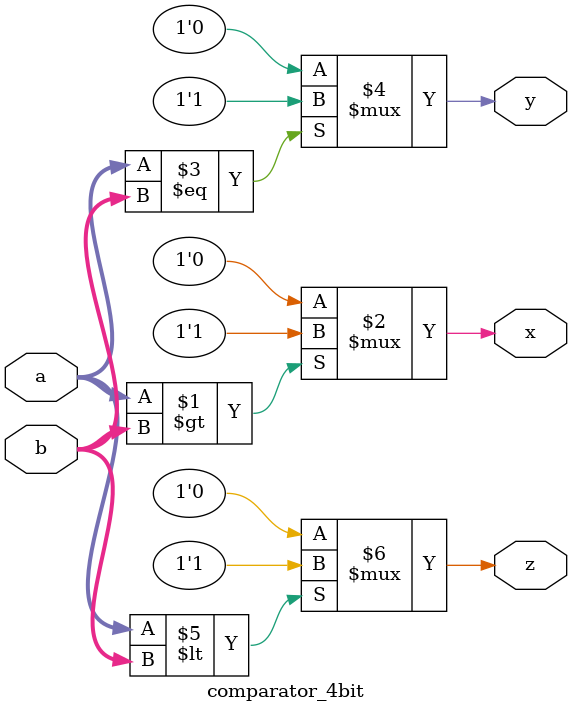
<source format=v>
module comparator_4bit(a,b,x,y,z);

input [3:0] a,b;
output x,y,z;
wire x,y,z;

//x: A>B case
assign x=(a>b)?1'b1:1'b0;

//y: A=B case
assign y=(a==b)?1'b1:1'b0;

//z: A<B case
assign z=(a<b)?1'b1:1'b0;

endmodule

</source>
